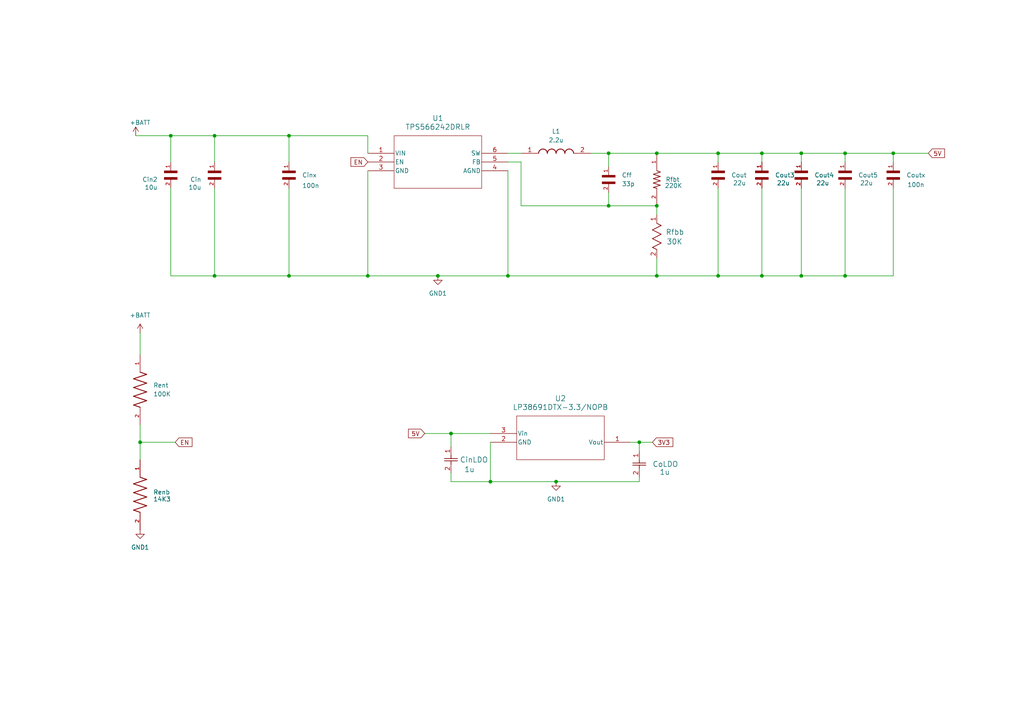
<source format=kicad_sch>
(kicad_sch (version 20231120) (generator "eeschema") (generator_version "8.0")
  (paper "A4")
  (lib_symbols
    (symbol "CfLDO:C0603C105K8RACTU" (pin_names (offset 0.254))
      (property "Reference" "C" (at 3.81 3.81 0))
      (property "Value" "C0603C105K8RACTU" (at 3.81 -3.81 0))
      (symbol "C0603C105K8RACTU_1_1"
        (polyline (pts (xy 2.54 0) (xy 3.4798 0)) (stroke (width 0.2032)))
        (polyline (pts (xy 3.4798 -1.905) (xy 3.4798 1.905)) (stroke (width 0.2032)))
        (polyline (pts (xy 4.1148 -1.905) (xy 4.1148 1.905)) (stroke (width 0.2032)))
        (polyline (pts (xy 4.1148 0) (xy 5.08 0)) (stroke (width 0.2032)))
        (pin unspecified line (at 0 0 0) (length 2.54) (name "") (number "1"))
        (pin unspecified line (at 7.62 0 180) (length 2.54) (name "") (number "2"))
      )
      (symbol "C0603C105K8RACTU_1_2"
        (polyline (pts (xy -1.905 -4.1148) (xy 1.905 -4.1148)) (stroke (width 0.2032)))
        (polyline (pts (xy -1.905 -3.4798) (xy 1.905 -3.4798)) (stroke (width 0.2032)))
        (polyline (pts (xy 0 -4.1148) (xy 0 -5.08)) (stroke (width 0.2032)))
        (polyline (pts (xy 0 -2.54) (xy 0 -3.4798)) (stroke (width 0.2032)))
        (pin unspecified line (at 0 0 270) (length 2.54) (name "") (number "1"))
        (pin unspecified line (at 0 -7.62 90) (length 2.54) (name "") (number "2"))
      )
    )
    (symbol "Cff:GRM1555C1E330JA01D" (pin_names (offset 1.016))
      (property "Reference" "C" (at 0 3.8109 0))
      (property "Value" "GRM1555C1E330JA01D" (at 0 -5.0885 0))
      (symbol "GRM1555C1E330JA01D_0_0"
        (rectangle (start 0 -1.9069) (end 0.635 1.905) (stroke (width 0.1)) (fill (type outline)))
        (rectangle (start 1.9069 -1.9069) (end 2.54 1.905) (stroke (width 0.1)) (fill (type outline)))
        (pin passive line (at -2.54 0 0) (length 2.54) (name "~") (number "1"))
        (pin passive line (at 5.08 0 180) (length 2.54) (name "~") (number "2"))
      )
    )
    (symbol "Cin:GRM21BR61E106MA73L" (pin_names (offset 1.016))
      (property "Reference" "C" (at 0 3.8109 0))
      (property "Value" "GRM21BR61E106MA73L" (at 0 -5.0885 0))
      (symbol "GRM21BR61E106MA73L_0_0"
        (rectangle (start 0 -1.9069) (end 0.635 1.905) (stroke (width 0.1)) (fill (type outline)))
        (rectangle (start 1.9069 -1.9069) (end 2.54 1.905) (stroke (width 0.1)) (fill (type outline)))
        (pin passive line (at -2.54 0 0) (length 2.54) (name "~") (number "1"))
        (pin passive line (at 5.08 0 180) (length 2.54) (name "~") (number "2"))
      )
    )
    (symbol "Cinx:GRM188R71H104KA93D" (pin_names (offset 1.016))
      (property "Reference" "C" (at 0 3.8109 0))
      (property "Value" "GRM188R71H104KA93D" (at 0 -5.0885 0))
      (symbol "GRM188R71H104KA93D_0_0"
        (rectangle (start 0 -1.9069) (end 0.635 1.905) (stroke (width 0.1)) (fill (type outline)))
        (rectangle (start 1.9069 -1.9069) (end 2.54 1.905) (stroke (width 0.1)) (fill (type outline)))
        (pin passive line (at -2.54 0 0) (length 2.54) (name "~") (number "1"))
        (pin passive line (at 5.08 0 180) (length 2.54) (name "~") (number "2"))
      )
    )
    (symbol "Cout:LMK212BJ226MG-T" (pin_names (offset 1.016))
      (property "Reference" "C" (at 0 3.8109 0))
      (property "Value" "LMK212BJ226MG-T" (at 0 -5.0885 0))
      (symbol "LMK212BJ226MG-T_0_0"
        (rectangle (start 0 -1.9069) (end 0.635 1.905) (stroke (width 0.1)) (fill (type outline)))
        (rectangle (start 1.9069 -1.9069) (end 2.54 1.905) (stroke (width 0.1)) (fill (type outline)))
        (pin passive line (at -2.54 0 0) (length 2.54) (name "~") (number "1"))
        (pin passive line (at 5.08 0 180) (length 2.54) (name "~") (number "2"))
      )
    )
    (symbol "Coutx:GRM188R71E104KA01D" (pin_names (offset 1.016))
      (property "Reference" "C" (at 0 3.8109 0))
      (property "Value" "GRM188R71E104KA01D" (at 0 -5.0885 0))
      (symbol "GRM188R71E104KA01D_0_0"
        (rectangle (start 0 -1.9069) (end 0.635 1.905) (stroke (width 0.1)) (fill (type outline)))
        (rectangle (start 1.9069 -1.9069) (end 2.54 1.905) (stroke (width 0.1)) (fill (type outline)))
        (pin passive line (at -2.54 0 0) (length 2.54) (name "~") (number "1"))
        (pin passive line (at 5.08 0 180) (length 2.54) (name "~") (number "2"))
      )
    )
    (symbol "L1:XAL5030-222MEB" (pin_names hide)
      (property "Reference" "L" (at 16.51 6.35 0))
      (property "Value" "XAL5030-222MEB" (at 16.51 3.81 0))
      (symbol "XAL5030-222MEB_1_1"
        (arc (start 7.62 0) (mid 6.35 1.219) (end 5.08 0) (stroke (width 0.254)))
        (arc (start 10.16 0) (mid 8.89 1.219) (end 7.62 0) (stroke (width 0.254)))
        (arc (start 12.7 0) (mid 11.43 1.219) (end 10.16 0) (stroke (width 0.254)))
        (arc (start 15.24 0) (mid 13.97 1.219) (end 12.7 0) (stroke (width 0.254)))
        (pin passive line (at 0 0 0) (length 5.08) (name "1") (number "1"))
        (pin passive line (at 20.32 0 180) (length 5.08) (name "2") (number "2"))
      )
    )
    (symbol "R1:CRCW040214K3FKED" (pin_names (offset 1.016))
      (property "Reference" "R" (at -7.6244 2.5415 0))
      (property "Value" "CRCW040214K3FKED" (at -7.63 -5.0866 0))
      (symbol "CRCW040214K3FKED_0_0"
        (polyline (pts (xy -5.08 0) (xy -4.445 1.905)) (stroke (width 0.254)))
        (polyline (pts (xy -4.445 1.905) (xy -3.175 -1.905)) (stroke (width 0.254)))
        (polyline (pts (xy -3.175 -1.905) (xy -1.905 1.905)) (stroke (width 0.254)))
        (polyline (pts (xy -1.905 1.905) (xy -0.635 -1.905)) (stroke (width 0.254)))
        (polyline (pts (xy -0.635 -1.905) (xy 0.635 1.905)) (stroke (width 0.254)))
        (polyline (pts (xy 0.635 1.905) (xy 1.905 -1.905)) (stroke (width 0.254)))
        (polyline (pts (xy 1.905 -1.905) (xy 3.175 1.905)) (stroke (width 0.254)))
        (polyline (pts (xy 3.175 1.905) (xy 4.445 -1.905)) (stroke (width 0.254)))
        (polyline (pts (xy 4.445 -1.905) (xy 5.08 0)) (stroke (width 0.254)))
        (pin passive line (at -10.16 0 0) (length 5.08) (name "~") (number "1"))
        (pin passive line (at 10.16 0 180) (length 5.08) (name "~") (number "2"))
      )
    )
    (symbol "R2:CRCW0402100KFKED" (pin_names (offset 1.016))
      (property "Reference" "R" (at -7.6244 2.5415 0))
      (property "Value" "CRCW0402100KFKED" (at -7.63 -5.0866 0))
      (symbol "CRCW0402100KFKED_0_0"
        (polyline (pts (xy -5.08 0) (xy -4.445 1.905)) (stroke (width 0.254)))
        (polyline (pts (xy -4.445 1.905) (xy -3.175 -1.905)) (stroke (width 0.254)))
        (polyline (pts (xy -3.175 -1.905) (xy -1.905 1.905)) (stroke (width 0.254)))
        (polyline (pts (xy -1.905 1.905) (xy -0.635 -1.905)) (stroke (width 0.254)))
        (polyline (pts (xy -0.635 -1.905) (xy 0.635 1.905)) (stroke (width 0.254)))
        (polyline (pts (xy 0.635 1.905) (xy 1.905 -1.905)) (stroke (width 0.254)))
        (polyline (pts (xy 1.905 -1.905) (xy 3.175 1.905)) (stroke (width 0.254)))
        (polyline (pts (xy 3.175 1.905) (xy 4.445 -1.905)) (stroke (width 0.254)))
        (polyline (pts (xy 4.445 -1.905) (xy 5.08 0)) (stroke (width 0.254)))
        (pin passive line (at -10.16 0 0) (length 5.08) (name "~") (number "1"))
        (pin passive line (at 10.16 0 180) (length 5.08) (name "~") (number "2"))
      )
    )
    (symbol "Rfb1:RC0603FR-07220KL" (pin_names (offset 1.016))
      (property "Reference" "R" (at -3.81 1.4986 0))
      (property "Value" "RC0603FR-07220KL" (at -3.81 -3.302 0))
      (symbol "RC0603FR-07220KL_0_0"
        (polyline (pts (xy -2.54 0) (xy -2.159 1.016)) (stroke (width 0.2032)))
        (polyline (pts (xy -2.159 1.016) (xy -1.524 -1.016)) (stroke (width 0.2032)))
        (polyline (pts (xy -1.524 -1.016) (xy -0.889 1.016)) (stroke (width 0.2032)))
        (polyline (pts (xy -0.889 1.016) (xy -0.254 -1.016)) (stroke (width 0.2032)))
        (polyline (pts (xy -0.254 -1.016) (xy 0.381 1.016)) (stroke (width 0.2032)))
        (polyline (pts (xy 0.381 1.016) (xy 1.016 -1.016)) (stroke (width 0.2032)))
        (polyline (pts (xy 1.016 -1.016) (xy 1.651 1.016)) (stroke (width 0.2032)))
        (polyline (pts (xy 1.651 1.016) (xy 2.286 -1.016)) (stroke (width 0.2032)))
        (polyline (pts (xy 2.286 -1.016) (xy 2.54 0)) (stroke (width 0.2032)))
        (pin passive line (at -7.62 0 0) (length 5.08) (name "~") (number "1"))
        (pin passive line (at 7.62 0 180) (length 5.08) (name "~") (number "2"))
      )
    )
    (symbol "Rfb2:RC0603FR-0730KL" (pin_names (offset 0.254))
      (property "Reference" "R" (at 5.715 3.81 0))
      (property "Value" "RC0603FR-0730KL" (at 6.35 -3.81 0))
      (symbol "RC0603FR-0730KL_1_1"
        (polyline (pts (xy 2.54 0) (xy 3.175 1.27)) (stroke (width 0.2032)))
        (polyline (pts (xy 3.175 1.27) (xy 4.445 -1.27)) (stroke (width 0.2032)))
        (polyline (pts (xy 4.445 -1.27) (xy 5.715 1.27)) (stroke (width 0.2032)))
        (polyline (pts (xy 5.715 1.27) (xy 6.985 -1.27)) (stroke (width 0.2032)))
        (polyline (pts (xy 6.985 -1.27) (xy 8.255 1.27)) (stroke (width 0.2032)))
        (polyline (pts (xy 8.255 1.27) (xy 9.525 -1.27)) (stroke (width 0.2032)))
        (polyline (pts (xy 9.525 -1.27) (xy 10.16 0)) (stroke (width 0.2032)))
        (pin unspecified line (at 0 0 0) (length 2.54) (name "") (number "1"))
        (pin unspecified line (at 12.7 0 180) (length 2.54) (name "") (number "2"))
      )
      (symbol "RC0603FR-0730KL_1_2"
        (polyline (pts (xy -1.27 3.175) (xy 1.27 4.445)) (stroke (width 0.2032)))
        (polyline (pts (xy -1.27 5.715) (xy 1.27 6.985)) (stroke (width 0.2032)))
        (polyline (pts (xy -1.27 8.255) (xy 1.27 9.525)) (stroke (width 0.2032)))
        (polyline (pts (xy 0 2.54) (xy -1.27 3.175)) (stroke (width 0.2032)))
        (polyline (pts (xy 1.27 4.445) (xy -1.27 5.715)) (stroke (width 0.2032)))
        (polyline (pts (xy 1.27 6.985) (xy -1.27 8.255)) (stroke (width 0.2032)))
        (polyline (pts (xy 1.27 9.525) (xy 0 10.16)) (stroke (width 0.2032)))
        (pin unspecified line (at 0 12.7 270) (length 2.54) (name "") (number "1"))
        (pin unspecified line (at 0 0 90) (length 2.54) (name "") (number "2"))
      )
    )
    (symbol "U1:TPS566242DRLR" (pin_names (offset 0.254))
      (property "Reference" "U" (at 67.31 -16.51 0))
      (property "Value" "TPS566242DRLR" (at 67.31 -19.05 0))
      (symbol "TPS566242DRLR_0_1"
        (polyline (pts (xy 54.61 -36.83) (xy 80.01 -36.83)) (stroke (width 0.127)))
        (polyline (pts (xy 54.61 -21.59) (xy 54.61 -36.83)) (stroke (width 0.127)))
        (polyline (pts (xy 80.01 -36.83) (xy 80.01 -21.59)) (stroke (width 0.127)))
        (polyline (pts (xy 80.01 -21.59) (xy 54.61 -21.59)) (stroke (width 0.127)))
        (pin input line (at 46.99 -26.67 0) (length 7.62) (name "VIN") (number "1"))
        (pin power_out line (at 46.99 -31.75 0) (length 7.62) (name "GND") (number "3"))
        (pin power_out line (at 87.63 -31.75 180) (length 7.62) (name "AGND") (number "4"))
      )
      (symbol "TPS566242DRLR_1_1"
        (pin input line (at 46.99 -29.21 0) (length 7.62) (name "EN") (number "2"))
        (pin input line (at 87.63 -29.21 180) (length 7.62) (name "FB") (number "5"))
        (pin output line (at 87.63 -26.67 180) (length 7.62) (name "SW") (number "6"))
      )
    )
    (symbol "U2:LP38691DTX-3.3_NOPB" (pin_names (offset 0.254))
      (property "Reference" "U" (at 20.32 10.16 0))
      (property "Value" "LP38691DTX-3.3/NOPB" (at 20.32 7.62 0))
      (symbol "LP38691DTX-3.3_NOPB_0_1"
        (polyline (pts (xy 7.62 -7.62) (xy 33.02 -7.62)) (stroke (width 0.127)))
        (polyline (pts (xy 7.62 5.08) (xy 7.62 -7.62)) (stroke (width 0.127)))
        (polyline (pts (xy 33.02 -7.62) (xy 33.02 5.08)) (stroke (width 0.127)))
        (polyline (pts (xy 33.02 5.08) (xy 7.62 5.08)) (stroke (width 0.127)))
        (pin output line (at 0 0 0) (length 7.62) (name "Vout") (number "1"))
        (pin passive line (at 40.64 0 180) (length 7.62) (name "GND") (number "2"))
        (pin input line (at 40.64 -2.54 180) (length 7.62) (name "Vin") (number "3"))
      )
    )
    (symbol "power:+BATT" (power) (pin_numbers hide) (pin_names (offset 0) hide)
      (property "Value" "+BATT" (at 0 3.556 0))
      (symbol "+BATT_0_1"
        (polyline (pts (xy -0.762 1.27) (xy 0 2.54)))
        (polyline (pts (xy 0 0) (xy 0 2.54)))
        (polyline (pts (xy 0 2.54) (xy 0.762 1.27)))
      )
      (symbol "+BATT_1_1"
        (pin power_in line (at 0 0 90) (length 0) (name "~") (number "1"))
      )
    )
    (symbol "power:GND1" (power) (pin_numbers hide) (pin_names (offset 0) hide)
      (property "Value" "GND1" (at 0 -3.81 0))
      (symbol "GND1_0_1"
        (polyline (pts (xy 0 0) (xy 0 -1.27) (xy 1.27 -1.27) (xy 0 -2.54) (xy -1.27 -1.27) (xy 0 -1.27)))
      )
      (symbol "GND1_1_1"
        (pin power_in line (at 0 0 270) (length 0) (name "~") (number "1"))
      )
    )
  )
  (junction (at 176.53 59.69))
  (junction (at 83.82 39.37))
  (junction (at 62.23 80.01))
  (junction (at 176.53 44.45))
  (junction (at 259.08 44.45))
  (junction (at 190.5 80.01))
  (junction (at 232.41 80.01))
  (junction (at 62.23 39.37))
  (junction (at 83.82 80.01))
  (junction (at 127 80.01))
  (junction (at 220.98 44.45))
  (junction (at 142.24 139.7))
  (junction (at 232.41 44.45))
  (junction (at 147.32 80.01))
  (junction (at 161.29 139.7))
  (junction (at 208.28 44.45))
  (junction (at 245.11 80.01))
  (junction (at 208.28 80.01))
  (junction (at 190.5 59.69))
  (junction (at 106.68 80.01))
  (junction (at 185.42 128.27))
  (junction (at 130.81 125.73))
  (junction (at 190.5 44.45))
  (junction (at 245.11 44.45))
  (junction (at 49.53 39.37))
  (junction (at 220.98 80.01))
  (junction (at 40.64 128.27))
  (wire (pts (xy 106.68 39.37) (xy 106.68 44.45)))
  (wire (pts (xy 232.41 80.01) (xy 245.11 80.01)))
  (wire (pts (xy 208.28 54.61) (xy 208.28 80.01)))
  (wire (pts (xy 147.32 44.45) (xy 151.13 44.45)))
  (wire (pts (xy 220.98 80.01) (xy 208.28 80.01)))
  (wire (pts (xy 220.98 44.45) (xy 232.41 44.45)))
  (wire (pts (xy 106.68 49.53) (xy 106.68 80.01)))
  (wire (pts (xy 130.81 129.54) (xy 130.81 125.73)))
  (wire (pts (xy 185.42 139.7) (xy 161.29 139.7)))
  (wire (pts (xy 190.5 80.01) (xy 208.28 80.01)))
  (wire (pts (xy 40.64 128.27) (xy 40.64 133.35)))
  (wire (pts (xy 151.13 59.69) (xy 151.13 46.99)))
  (wire (pts (xy 142.24 128.27) (xy 142.24 139.7)))
  (wire (pts (xy 245.11 44.45) (xy 259.08 44.45)))
  (wire (pts (xy 151.13 46.99) (xy 147.32 46.99)))
  (wire (pts (xy 259.08 44.45) (xy 259.08 46.99)))
  (wire (pts (xy 220.98 46.99) (xy 220.98 44.45)))
  (wire (pts (xy 185.42 138.43) (xy 185.42 139.7)))
  (wire (pts (xy 147.32 80.01) (xy 147.32 49.53)))
  (wire (pts (xy 185.42 128.27) (xy 182.88 128.27)))
  (wire (pts (xy 62.23 39.37) (xy 62.23 46.99)))
  (wire (pts (xy 171.45 44.45) (xy 176.53 44.45)))
  (wire (pts (xy 62.23 39.37) (xy 83.82 39.37)))
  (wire (pts (xy 83.82 39.37) (xy 106.68 39.37)))
  (wire (pts (xy 232.41 44.45) (xy 245.11 44.45)))
  (wire (pts (xy 49.53 39.37) (xy 62.23 39.37)))
  (wire (pts (xy 176.53 59.69) (xy 190.5 59.69)))
  (wire (pts (xy 259.08 54.61) (xy 259.08 80.01)))
  (wire (pts (xy 232.41 46.99) (xy 232.41 44.45)))
  (wire (pts (xy 232.41 54.61) (xy 232.41 80.01)))
  (wire (pts (xy 106.68 80.01) (xy 127 80.01)))
  (wire (pts (xy 208.28 44.45) (xy 220.98 44.45)))
  (wire (pts (xy 49.53 54.61) (xy 49.53 80.01)))
  (wire (pts (xy 127 80.01) (xy 147.32 80.01)))
  (wire (pts (xy 176.53 44.45) (xy 176.53 48.26)))
  (wire (pts (xy 49.53 39.37) (xy 49.53 46.99)))
  (wire (pts (xy 176.53 44.45) (xy 190.5 44.45)))
  (wire (pts (xy 130.81 139.7) (xy 130.81 137.16)))
  (wire (pts (xy 190.5 74.93) (xy 190.5 80.01)))
  (wire (pts (xy 245.11 80.01) (xy 259.08 80.01)))
  (wire (pts (xy 259.08 44.45) (xy 269.24 44.45)))
  (wire (pts (xy 185.42 128.27) (xy 189.23 128.27)))
  (wire (pts (xy 190.5 59.69) (xy 190.5 62.23)))
  (wire (pts (xy 232.41 80.01) (xy 220.98 80.01)))
  (wire (pts (xy 49.53 80.01) (xy 62.23 80.01)))
  (wire (pts (xy 40.64 96.52) (xy 40.64 102.87)))
  (wire (pts (xy 220.98 54.61) (xy 220.98 80.01)))
  (wire (pts (xy 40.64 123.19) (xy 40.64 128.27)))
  (wire (pts (xy 123.19 125.73) (xy 130.81 125.73)))
  (wire (pts (xy 190.5 44.45) (xy 208.28 44.45)))
  (wire (pts (xy 40.64 128.27) (xy 50.8 128.27)))
  (wire (pts (xy 176.53 55.88) (xy 176.53 59.69)))
  (wire (pts (xy 130.81 125.73) (xy 142.24 125.73)))
  (wire (pts (xy 245.11 54.61) (xy 245.11 80.01)))
  (wire (pts (xy 176.53 59.69) (xy 151.13 59.69)))
  (wire (pts (xy 147.32 80.01) (xy 190.5 80.01)))
  (wire (pts (xy 161.29 139.7) (xy 142.24 139.7)))
  (wire (pts (xy 142.24 139.7) (xy 130.81 139.7)))
  (wire (pts (xy 83.82 46.99) (xy 83.82 39.37)))
  (wire (pts (xy 83.82 54.61) (xy 83.82 80.01)))
  (wire (pts (xy 185.42 130.81) (xy 185.42 128.27)))
  (wire (pts (xy 39.37 39.37) (xy 49.53 39.37)))
  (wire (pts (xy 245.11 46.99) (xy 245.11 44.45)))
  (wire (pts (xy 62.23 54.61) (xy 62.23 80.01)))
  (wire (pts (xy 208.28 44.45) (xy 208.28 46.99)))
  (wire (pts (xy 83.82 80.01) (xy 106.68 80.01)))
  (wire (pts (xy 62.23 80.01) (xy 83.82 80.01)))
  (global_label "5V" (shape input) (at 123.19 125.73 180) (property "Intersheetrefs" "${INTERSHEET_REFS}" (effects (hide yes))))
  (global_label "EN" (shape input) (at 50.8 128.27 0) (property "Intersheetrefs" "${INTERSHEET_REFS}" (effects (hide yes))))
  (global_label "3V3" (shape input) (at 189.23 128.27 0) (property "Intersheetrefs" "${INTERSHEET_REFS}" (effects (hide yes))))
  (global_label "EN" (shape input) (at 106.68 46.99 180) (property "Intersheetrefs" "${INTERSHEET_REFS}" (effects (hide yes))))
  (global_label "5V" (shape input) (at 269.24 44.45 0) (property "Intersheetrefs" "${INTERSHEET_REFS}" (effects (hide yes))))
  (symbol (lib_id "L1:XAL5030-222MEB") (at 151.13 44.45 0) (unit 1)
    (property "Reference" "L1" (at 161.29 38.1 0))
    (property "Value" "2.2u" (at 161.29 40.64 0))
    (property "Footprint" "XAL5030" (effects (hide yes)))
    (property "Datasheet" "http://www.coilcraft.com/pdfs/xal50xx.pdf" (effects (hide yes)))
    (property "Description" "Fixed Inductors 2.2uH 20% 9.7A 14.5mOhms AEC-Q200" (effects (hide yes)))
    (property "Mouser Part Number" "994-XAL5030-222MEB" (effects (hide yes)))
    (property "Mouser Price/Stock" "https://www.mouser.co.uk/ProductDetail/Coilcraft/XAL5030-222MEB?qs=VJjuEbE9QBMC5tG7aGluNw%3D%3D" (effects (hide yes)))
    (property "Manufacturer_Name" "COILCRAFT" (effects (hide yes)))
    (property "Manufacturer_Part_Number" "XAL5030-222MEB" (effects (hide yes)))
  )
  (symbol (lib_id "Cout:LMK212BJ226MG-T") (at 208.28 49.53 270) (unit 1)
    (property "Reference" "Cout" (at 212.09 50.7999 90) (effects (justify left)))
    (property "Value" "22u" (at 212.598 53.086 90) (effects (justify left)))
    (property "Footprint" "LMK212BJ226MG-T:CAPC2012X135N" (effects (hide yes)))
    (property "MF" "Taiyo Yuden" (effects (hide yes)))
    (property "Description_1" "\n22 µF ±20% 10V Ceramic Capacitor X5R 0805 (2012 Metric)\n" (effects (hide yes)))
    (property "Package" "2012 Taiyo Yuden" (effects (hide yes)))
    (property "Price" "None" (effects (hide yes)))
    (property "SnapEDA_Link" "https://www.snapeda.com/parts/LMK212BJ226MG-T/Taiyo+Yuden/view-part/?ref=snap" (effects (hide yes)))
    (property "MP" "LMK212BJ226MG-T" (effects (hide yes)))
    (property "Purchase-URL" "https://www.snapeda.com/api/url_track_click_mouser/?unipart_id=225286&manufacturer=Taiyo Yuden&part_name=LMK212BJ226MG-T&search_term=lmk212bj226mg-t" (effects (hide yes)))
    (property "Availability" "In Stock" (effects (hide yes)))
    (property "Check_prices" "https://www.snapeda.com/parts/LMK212BJ226MG-T/Taiyo+Yuden/view-part/?ref=eda" (effects (hide yes)))
  )
  (symbol (lib_id "Cff:GRM1555C1E330JA01D") (at 176.53 50.8 270) (unit 1)
    (property "Reference" "Cff" (at 180.34 50.7999 90) (effects (justify left)))
    (property "Value" "33p" (at 180.34 53.3399 90) (effects (justify left)))
    (property "Footprint" "GRM1555C1E330JA01D:CAPC1005X55N" (effects (hide yes)))
    (property "MF" "Murata" (effects (hide yes)))
    (property "Description_1" "\nSMD Capacitor C0G(EIA) with Capacitance: 33pF Tol. 5%. Rated Voltage: 25Vdc\n" (effects (hide yes)))
    (property "Package" "1005 Taiyo Yuden" (effects (hide yes)))
    (property "Price" "None" (effects (hide yes)))
    (property "SnapEDA_Link" "https://www.snapeda.com/parts/GRM1555C1E330JA01D/Murata+Electronics+North+America/view-part/?ref=snap" (effects (hide yes)))
    (property "MP" "GRM1555C1E330JA01D" (effects (hide yes)))
    (property "Purchase-URL" "https://www.snapeda.com/api/url_track_click_mouser/?unipart_id=524136&manufacturer=Murata&part_name=GRM1555C1E330JA01D&search_term=grm1555c1e330ja01d" (effects (hide yes)))
    (property "Availability" "In Stock" (effects (hide yes)))
    (property "Check_prices" "https://www.snapeda.com/parts/GRM1555C1E330JA01D/Murata+Electronics+North+America/view-part/?ref=eda" (effects (hide yes)))
  )
  (symbol (lib_id "Cout:LMK212BJ226MG-T") (at 232.41 49.53 270) (unit 1)
    (property "Reference" "Cout4" (at 236.22 50.7999 90) (effects (justify left)))
    (property "Value" "22u" (at 236.728 53.086 90) (effects (justify left)))
    (property "Footprint" "LMK212BJ226MG-T:CAPC2012X135N" (effects (hide yes)))
    (property "MF" "Taiyo Yuden" (effects (hide yes)))
    (property "Description_1" "\n22 µF ±20% 10V Ceramic Capacitor X5R 0805 (2012 Metric)\n" (effects (hide yes)))
    (property "Package" "2012 Taiyo Yuden" (effects (hide yes)))
    (property "Price" "None" (effects (hide yes)))
    (property "SnapEDA_Link" "https://www.snapeda.com/parts/LMK212BJ226MG-T/Taiyo+Yuden/view-part/?ref=snap" (effects (hide yes)))
    (property "MP" "LMK212BJ226MG-T" (effects (hide yes)))
    (property "Purchase-URL" "https://www.snapeda.com/api/url_track_click_mouser/?unipart_id=225286&manufacturer=Taiyo Yuden&part_name=LMK212BJ226MG-T&search_term=lmk212bj226mg-t" (effects (hide yes)))
    (property "Availability" "In Stock" (effects (hide yes)))
    (property "Check_prices" "https://www.snapeda.com/parts/LMK212BJ226MG-T/Taiyo+Yuden/view-part/?ref=eda" (effects (hide yes)))
  )
  (symbol (lib_id "Rfb2:RC0603FR-0730KL") (at 190.5 62.23 270) (unit 1)
    (property "Reference" "Rfbb" (at 193.04 67.3099 90) (effects (font (size 1.524 1.524)) (justify left)))
    (property "Value" "30K" (at 193.294 70.104 90) (effects (font (size 1.524 1.524)) (justify left)))
    (property "Footprint" "RES_RC0603_YAG" (effects (hide yes)))
    (property "Datasheet" "RC0603FR-0730KL" (effects (hide yes)))
  )
  (symbol (lib_id "power:GND1") (at 161.29 139.7 0) (unit 1)
    (property "Reference" "#PWR05" (effects (hide yes)))
    (property "Value" "GND1" (at 161.29 144.78 0))
    (property "Description" "Power symbol creates a global label with name \"GND1\" , ground" (effects (hide yes)))
  )
  (symbol (lib_id "Cinx:GRM188R71H104KA93D") (at 83.82 49.53 270) (unit 1)
    (property "Reference" "Cinx" (at 87.63 50.7999 90) (effects (justify left)))
    (property "Value" "100n" (at 87.63 53.848 90) (effects (justify left)))
    (property "Footprint" "GRM188R71H104KA93D:CAPC1608X90N" (effects (hide yes)))
    (property "MF" "Murata" (effects (hide yes)))
    (property "Description_1" "\nSMD Capacitor X7R(EIA) with Capacitance: 0.10uF Tol. 10%. Rated Voltage: 50Vdc\n" (effects (hide yes)))
    (property "Package" "1608 Murata" (effects (hide yes)))
    (property "Price" "None" (effects (hide yes)))
    (property "SnapEDA_Link" "https://www.snapeda.com/parts/GRM188R71H104KA93D/Murata+Electronics+North+America/view-part/?ref=snap" (effects (hide yes)))
    (property "MP" "GRM188R71H104KA93D" (effects (hide yes)))
    (property "Availability" "In Stock" (effects (hide yes)))
    (property "Check_prices" "https://www.snapeda.com/parts/GRM188R71H104KA93D/Murata+Electronics+North+America/view-part/?ref=eda" (effects (hide yes)))
  )
  (symbol (lib_id "CfLDO:C0603C105K8RACTU") (at 185.42 130.81 270) (unit 1)
    (property "Reference" "CoLDO" (at 189.23 134.6199 90) (effects (font (size 1.524 1.524)) (justify left)))
    (property "Value" "1u" (at 191.262 136.906 90) (effects (font (size 1.524 1.524)) (justify left)))
    (property "Footprint" "CAPC17595_90N_KEM" (effects (hide yes)))
    (property "Datasheet" "C0603C105K8RACTU" (effects (hide yes)))
  )
  (symbol (lib_id "power:GND1") (at 40.64 153.67 0) (unit 1)
    (property "Reference" "#PWR02" (effects (hide yes)))
    (property "Value" "GND1" (at 40.64 158.75 0))
    (property "Description" "Power symbol creates a global label with name \"GND1\" , ground" (effects (hide yes)))
  )
  (symbol (lib_id "Cin:GRM21BR61E106MA73L") (at 62.23 49.53 270) (unit 1)
    (property "Reference" "Cin" (at 58.42 52.0701 90) (effects (justify right)))
    (property "Value" "10u" (at 58.42 54.356 90) (effects (justify right)))
    (property "Footprint" "GRM21BR61E106MA73L:CAPC2012X140N" (effects (hide yes)))
    (property "MF" "Murata" (effects (hide yes)))
    (property "Description_1" "\n10 µF ±20% 25V Ceramic Capacitor X5R 0805 (2012 Metric)\n" (effects (hide yes)))
    (property "Package" "2012 Murata" (effects (hide yes)))
    (property "Price" "None" (effects (hide yes)))
    (property "SnapEDA_Link" "https://www.snapeda.com/parts/GRM21BR61E106MA73L/Murata+Electronics+North+America/view-part/?ref=snap" (effects (hide yes)))
    (property "MP" "GRM21BR61E106MA73L" (effects (hide yes)))
    (property "Purchase-URL" "https://www.snapeda.com/api/url_track_click_mouser/?unipart_id=1356584&manufacturer=Murata&part_name=GRM21BR61E106MA73L&search_term=grm21br61e106ma73l" (effects (hide yes)))
    (property "Availability" "In Stock" (effects (hide yes)))
    (property "Check_prices" "https://www.snapeda.com/parts/GRM21BR61E106MA73L/Murata+Electronics+North+America/view-part/?ref=eda" (effects (hide yes)))
  )
  (symbol (lib_id "U2:LP38691DTX-3.3_NOPB") (at 182.88 128.27 180) (unit 1)
    (property "Reference" "U2" (at 162.56 115.57 0) (effects (font (size 1.524 1.524))))
    (property "Value" "LP38691DTX-3.3/NOPB" (at 162.56 118.11 0) (effects (font (size 1.524 1.524))))
    (property "Footprint" "TD03B" (effects (hide yes)))
    (property "Datasheet" "LP38691DTX-3.3/NOPB" (effects (hide yes)))
  )
  (symbol (lib_id "power:+BATT") (at 39.37 39.37 0) (unit 1)
    (property "Reference" "#PWR03" (effects (hide yes)))
    (property "Value" "+BATT" (at 37.592 35.56 0) (effects (justify left)))
    (property "Description" "Power symbol creates a global label with name \"+BATT\"" (effects (hide yes)))
  )
  (symbol (lib_id "Cin:GRM21BR61E106MA73L") (at 49.53 49.53 270) (unit 1)
    (property "Reference" "Cin2" (at 45.72 52.0701 90) (effects (justify right)))
    (property "Value" "10u" (at 45.72 54.356 90) (effects (justify right)))
    (property "Footprint" "GRM21BR61E106MA73L:CAPC2012X140N" (effects (hide yes)))
    (property "MF" "Murata" (effects (hide yes)))
    (property "Description_1" "\n10 µF ±20% 25V Ceramic Capacitor X5R 0805 (2012 Metric)\n" (effects (hide yes)))
    (property "Package" "2012 Murata" (effects (hide yes)))
    (property "Price" "None" (effects (hide yes)))
    (property "SnapEDA_Link" "https://www.snapeda.com/parts/GRM21BR61E106MA73L/Murata+Electronics+North+America/view-part/?ref=snap" (effects (hide yes)))
    (property "MP" "GRM21BR61E106MA73L" (effects (hide yes)))
    (property "Purchase-URL" "https://www.snapeda.com/api/url_track_click_mouser/?unipart_id=1356584&manufacturer=Murata&part_name=GRM21BR61E106MA73L&search_term=grm21br61e106ma73l" (effects (hide yes)))
    (property "Availability" "In Stock" (effects (hide yes)))
    (property "Check_prices" "https://www.snapeda.com/parts/GRM21BR61E106MA73L/Murata+Electronics+North+America/view-part/?ref=eda" (effects (hide yes)))
  )
  (symbol (lib_id "Rfb1:RC0603FR-07220KL") (at 190.5 52.07 270) (unit 1)
    (property "Reference" "Rfbt" (at 193.04 52.0699 90) (effects (justify left)))
    (property "Value" "220K" (at 192.786 53.848 90) (effects (justify left)))
    (property "Footprint" "RC0603FR-07220KL:RESC1607X60N" (effects (hide yes)))
    (property "MF" "Yageo" (effects (hide yes)))
    (property "Description_1" "\n220 kOhms ±1% 0.1W, 1/10W Chip Resistor 0603 (1608 Metric) Moisture Resistant Thick Film\n" (effects (hide yes)))
    (property "Package" "0603 Yageo" (effects (hide yes)))
    (property "Price" "None" (effects (hide yes)))
    (property "SnapEDA_Link" "https://www.snapeda.com/parts/RC0603FR-07220KL/Yageo/view-part/?ref=snap" (effects (hide yes)))
    (property "MP" "RC0603FR-07220KL" (effects (hide yes)))
    (property "Purchase-URL" "https://www.snapeda.com/api/url_track_click_mouser/?unipart_id=53553&manufacturer=Yageo&part_name=RC0603FR-07220KL&search_term=rc0603fr-07220kl" (effects (hide yes)))
    (property "Availability" "In Stock" (effects (hide yes)))
    (property "Check_prices" "https://www.snapeda.com/parts/RC0603FR-07220KL/Yageo/view-part/?ref=eda" (effects (hide yes)))
  )
  (symbol (lib_id "power:+BATT") (at 40.64 96.52 0) (unit 1)
    (property "Reference" "#PWR01" (effects (hide yes)))
    (property "Value" "+BATT" (at 40.64 91.44 0))
    (property "Description" "Power symbol creates a global label with name \"+BATT\"" (effects (hide yes)))
  )
  (symbol (lib_id "U1:TPS566242DRLR") (at 59.69 17.78 0) (unit 1)
    (property "Reference" "U1" (at 127 34.29 0) (effects (font (size 1.524 1.524))))
    (property "Value" "TPS566242DRLR" (at 127 36.83 0) (effects (font (size 1.524 1.524))))
    (property "Footprint" "SOT5x3_DRL_TEX" (effects (hide yes)))
    (property "Datasheet" "TPS566242DRLR" (effects (hide yes)))
  )
  (symbol (lib_id "R2:CRCW0402100KFKED") (at 40.64 113.03 270) (unit 1)
    (property "Reference" "Rent" (at 44.45 111.7599 90) (effects (justify left)))
    (property "Value" "100K" (at 44.45 114.2999 90) (effects (justify left)))
    (property "Footprint" "CRCW0402100KFKED:RESC1005X40N" (effects (hide yes)))
    (property "DigiKey_Part_Number" "541-100KLTR-ND" (effects (hide yes)))
    (property "MF" "Vishay" (effects (hide yes)))
    (property "Purchase-URL" "https://www.snapeda.com/api/url_track_click_mouser/?unipart_id=12597&manufacturer=Vishay&part_name=CRCW0402100KFKED&search_term=crcw0402100kfked" (effects (hide yes)))
    (property "Package" "1005 Panasonic Electronic Components" (effects (hide yes)))
    (property "SnapEDA_Link" "https://www.snapeda.com/parts/CRCW0402100KFKED/Vishay+Dale/view-part/?ref=snap" (effects (hide yes)))
    (property "MP" "CRCW0402100KFKED" (effects (hide yes)))
    (property "Description_1" "\nResistor, Thick Film, 100 Kilohms, 0.063 W, 1%, SMT, 0402, TCR 37 ppm/DegC, TR | Vishay Dale CRCW0402100KFKED\n" (effects (hide yes)))
    (property "Check_prices" "https://www.snapeda.com/parts/CRCW0402100KFKED/Vishay+Dale/view-part/?ref=eda" (effects (hide yes)))
  )
  (symbol (lib_id "Coutx:GRM188R71E104KA01D") (at 259.08 49.53 270) (unit 1)
    (property "Reference" "Coutx" (at 262.89 50.7999 90) (effects (justify left)))
    (property "Value" "100n" (at 263.144 53.594 90) (effects (justify left)))
    (property "Footprint" "GRM188R71E104KA01D:CAPC1608X90N" (effects (hide yes)))
    (property "MF" "Murata Electronics" (effects (hide yes)))
    (property "Description_1" "\nSMD Capacitor X7R(EIA) with Capacitance: 0.10uF Tol. 10%. Rated Voltage: 25Vdc\n" (effects (hide yes)))
    (property "Package" "1608 Murata" (effects (hide yes)))
    (property "Price" "None" (effects (hide yes)))
    (property "SnapEDA_Link" "https://www.snapeda.com/parts/GRM188R71E104KA01D/Murata+Electronics+North+America/view-part/?ref=snap" (effects (hide yes)))
    (property "MP" "GRM188R71E104KA01D" (effects (hide yes)))
    (property "Availability" "In Stock" (effects (hide yes)))
    (property "Check_prices" "https://www.snapeda.com/parts/GRM188R71E104KA01D/Murata+Electronics+North+America/view-part/?ref=eda" (effects (hide yes)))
  )
  (symbol (lib_id "Cout:LMK212BJ226MG-T") (at 220.98 49.53 270) (unit 1)
    (property "Reference" "Cout3" (at 224.79 50.7999 90) (effects (justify left)))
    (property "Value" "22u" (at 225.298 53.086 90) (effects (justify left)))
    (property "Footprint" "LMK212BJ226MG-T:CAPC2012X135N" (effects (hide yes)))
    (property "MF" "Taiyo Yuden" (effects (hide yes)))
    (property "Description_1" "\n22 µF ±20% 10V Ceramic Capacitor X5R 0805 (2012 Metric)\n" (effects (hide yes)))
    (property "Package" "2012 Taiyo Yuden" (effects (hide yes)))
    (property "Price" "None" (effects (hide yes)))
    (property "SnapEDA_Link" "https://www.snapeda.com/parts/LMK212BJ226MG-T/Taiyo+Yuden/view-part/?ref=snap" (effects (hide yes)))
    (property "MP" "LMK212BJ226MG-T" (effects (hide yes)))
    (property "Purchase-URL" "https://www.snapeda.com/api/url_track_click_mouser/?unipart_id=225286&manufacturer=Taiyo Yuden&part_name=LMK212BJ226MG-T&search_term=lmk212bj226mg-t" (effects (hide yes)))
    (property "Availability" "In Stock" (effects (hide yes)))
    (property "Check_prices" "https://www.snapeda.com/parts/LMK212BJ226MG-T/Taiyo+Yuden/view-part/?ref=eda" (effects (hide yes)))
  )
  (symbol (lib_id "CfLDO:C0603C105K8RACTU") (at 130.81 129.54 270) (unit 1)
    (property "Reference" "CinLDO" (at 133.35 133.35 90) (effects (font (size 1.524 1.524)) (justify left)))
    (property "Value" "1u" (at 134.62 136.144 90) (effects (font (size 1.524 1.524)) (justify left)))
    (property "Footprint" "CAPC17595_90N_KEM" (effects (hide yes)))
    (property "Datasheet" "C0603C105K8RACTU" (effects (hide yes)))
  )
  (symbol (lib_id "R1:CRCW040214K3FKED") (at 40.64 143.51 270) (unit 1)
    (property "Reference" "Renb" (at 44.45 142.748 90) (effects (justify left)))
    (property "Value" "14K3" (at 44.45 144.7799 90) (effects (justify left)))
    (property "Footprint" "CRCW040214K3FKED:RESC1005X40N" (effects (hide yes)))
    (property "MF" "Vishay Dale" (effects (hide yes)))
    (property "Description_1" "\nResistor;Thick Film;14.3 Kilohms;0.063 W;1%;SMT;0402;TCR 37 ppm/DegC;TR | Vishay Dale CRCW040214K3FKED\n" (effects (hide yes)))
    (property "Package" "1005 Panasonic Electronic Components" (effects (hide yes)))
    (property "Price" "None" (effects (hide yes)))
    (property "SnapEDA_Link" "https://www.snapeda.com/parts/CRCW040214K3FKED/Vishay+Dale/view-part/?ref=snap" (effects (hide yes)))
    (property "MP" "CRCW040214K3FKED" (effects (hide yes)))
    (property "Availability" "In Stock" (effects (hide yes)))
    (property "Check_prices" "https://www.snapeda.com/parts/CRCW040214K3FKED/Vishay+Dale/view-part/?ref=eda" (effects (hide yes)))
  )
  (symbol (lib_id "Cout:LMK212BJ226MG-T") (at 245.11 49.53 270) (unit 1)
    (property "Reference" "Cout5" (at 248.92 50.7999 90) (effects (justify left)))
    (property "Value" "22u" (at 249.428 53.086 90) (effects (justify left)))
    (property "Footprint" "LMK212BJ226MG-T:CAPC2012X135N" (effects (hide yes)))
    (property "MF" "Taiyo Yuden" (effects (hide yes)))
    (property "Description_1" "\n22 µF ±20% 10V Ceramic Capacitor X5R 0805 (2012 Metric)\n" (effects (hide yes)))
    (property "Package" "2012 Taiyo Yuden" (effects (hide yes)))
    (property "Price" "None" (effects (hide yes)))
    (property "SnapEDA_Link" "https://www.snapeda.com/parts/LMK212BJ226MG-T/Taiyo+Yuden/view-part/?ref=snap" (effects (hide yes)))
    (property "MP" "LMK212BJ226MG-T" (effects (hide yes)))
    (property "Purchase-URL" "https://www.snapeda.com/api/url_track_click_mouser/?unipart_id=225286&manufacturer=Taiyo Yuden&part_name=LMK212BJ226MG-T&search_term=lmk212bj226mg-t" (effects (hide yes)))
    (property "Availability" "In Stock" (effects (hide yes)))
    (property "Check_prices" "https://www.snapeda.com/parts/LMK212BJ226MG-T/Taiyo+Yuden/view-part/?ref=eda" (effects (hide yes)))
  )
  (symbol (lib_id "power:GND1") (at 127 80.01 0) (unit 1)
    (property "Reference" "#PWR04" (effects (hide yes)))
    (property "Value" "GND1" (at 127 85.09 0))
    (property "Description" "Power symbol creates a global label with name \"GND1\" , ground" (effects (hide yes)))
  )
)
</source>
